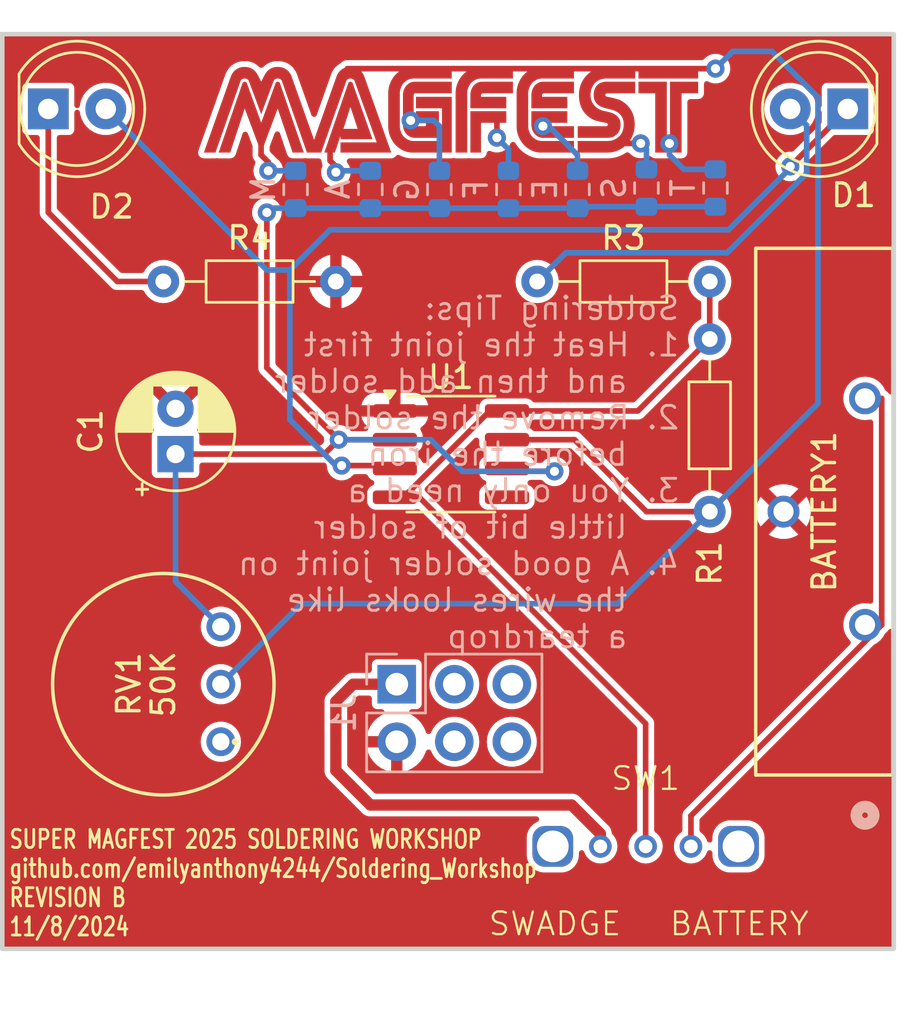
<source format=kicad_pcb>
(kicad_pcb (version 20240108) (generator "pcbnew") (generator_version "8.0")
  (layers (0 "F.Cu" signal) (31 "B.Cu" signal) (34 "B.Paste" user) (35 "F.Paste" user) (36 "B.SilkS" user "B.Silkscreen") (37 "F.SilkS" user "F.Silkscreen") (38 "B.Mask" user) (39 "F.Mask" user) (44 "Edge.Cuts" user))
  (net 0 "")
  (net 1 "GND")
  (net 3 "VCC")
  (net 7 "Net-(U1-DIS)")
  (net 9 "Net-(U1-THR)")
  (net 11 "Net-(D1-A)")
  (net 12 "Net-(D2-K)")
  (net 13 "Net-(D1-K)")
  (net 14 "Net-(SW1-C)")
  (net 15 "+3V3")
  (footprint "Resistor_THT:R_Axial_DIN0204_L3.6mm_D1.6mm_P7.62mm_Horizontal" (layer "F.Cu") (at 69.85 68.58)
    (property "Reference" "R3")
    (property "Value" "220")
  )
  (footprint "sao:MAGFEST" (layer "F.Cu") (at 65.646276 60.96)
    (property "Reference" "REF**" (hide yes))
    (property "Value" "MAGFEST" (hide yes))
  )
  (footprint "Resistor_THT:R_Axial_DIN0204_L3.6mm_D1.6mm_P7.62mm_Horizontal" (layer "F.Cu") (at 53.34 68.58)
    (property "Reference" "R4")
    (property "Value" "220")
  )
  (footprint "LED_THT:LED_D5.0mm" (layer "F.Cu") (at 48.26 60.96)
    (property "Reference" "D2")
    (property "Value" "LED")
  )
  (footprint "Package_SO:SOIC-8_3.9x4.9mm_P1.27mm" (layer "F.Cu") (at 66.04 76.2)
    (property "Reference" "U1")
    (property "Value" "LMC555xM")
  )
  (footprint "sao:CONN3_1775485-1_TEC" (layer "F.Cu") (at 84.328 83.74 90)
    (property "Reference" "BATTERY1")
    (property "Value" "1775485-2")
  )
  (footprint "LED_THT:LED_D5.0mm" (layer "F.Cu") (at 83.566 60.96 180)
    (property "Reference" "D1")
    (property "Value" "LED")
  )
  (footprint "Capacitor_THT:CP_Radial_D5.0mm_P2.00mm" (layer "F.Cu") (at 53.88 76.2 90)
    (property "Reference" "C1")
    (property "Value" "10uF")
  )
  (footprint "sao:91AR50KLF" (layer "F.Cu") (at 55.88 88.9 90)
    (property "Reference" "RV1")
    (property "Value" "50K")
  )
  (footprint "Resistor_THT:R_Axial_DIN0204_L3.6mm_D1.6mm_P7.62mm_Horizontal" (layer "F.Cu") (at 77.47 71.12 -90)
    (property "Reference" "R1")
    (property "Value" "1K")
  )
  (footprint "sao:SLW-864574-5A-RA-N-D" (layer "F.Cu") (at 74.64 96.52)
    (property "Reference" "SW1")
    (property "Value" "SW_SPDT")
  )
  (footprint "Resistor_SMD:R_0603_1608Metric" (layer "B.Cu") (at 65.532 64.516 -90)
    (property "Reference" "G")
    (property "Value" "R_0603_1608Metric")
  )
  (footprint "Resistor_SMD:R_0603_1608Metric" (layer "B.Cu") (at 71.628 64.516 -90)
    (property "Reference" "E")
    (property "Value" "R_0603_1608Metric")
  )
  (footprint "Resistor_SMD:R_0603_1608Metric" (layer "B.Cu") (at 68.58 64.516 -90)
    (property "Reference" "F")
    (property "Value" "R_0603_1608Metric")
  )
  (footprint "Resistor_SMD:R_0603_1608Metric" (layer "B.Cu") (at 62.484 64.516 -90)
    (property "Reference" "A")
    (property "Value" "R_0603_1608Metric")
  )
  (footprint "Resistor_SMD:R_0603_1608Metric" (layer "B.Cu") (at 77.724 64.453 -90)
    (property "Reference" "T")
    (property "Value" "R_0603_1608Metric")
  )
  (footprint "Connector_PinHeader_2.54mm:PinHeader_2x03_P2.54mm_Vertical" (layer "B.Cu") (at 63.65 86.36 -90)
    (property "Reference" "J1")
    (property "Value" "Conn_02x03_Odd_Even")
  )
  (footprint "Resistor_SMD:R_0603_1608Metric" (layer "B.Cu") (at 74.676 64.453 -90)
    (property "Reference" "S")
    (property "Value" "R_0603_1608Metric")
  )
  (footprint "Resistor_SMD:R_0603_1608Metric" (layer "B.Cu") (at 59.182 64.516 -90)
    (property "Reference" "M")
    (property "Value" "R_0603_1608Metric")
  )
  (gr_rect (start 46.228 57.658) (end 85.598 98.044) (stroke (width 0.2)) (fill none) (layer "Edge.Cuts"))
  (gr_text "Soldering Tips:\n1. Heat the joint first\n   and then add solder\n2. Remove the solder\n   before the iron\n3. You only need a\n   little bit of solder\n4. A good solder joint on\n   the wires looks like\n   a teardrop" (at 76.2 84.836 0) (layer "B.SilkS") (effects (font (size 1 1) (thickness 0.125)) (justify left bottom mirror)))
  (gr_text "SUPER MAGFEST 2025 SOLDERING WORKSHOP\ngithub.com/emilyanthony4244/Soldering_Workshop\nREVISION B\n11/8/2024" (at 46.482 97.536 0) (layer "F.SilkS") (effects (font (size 0.8 0.6) (thickness 0.12) (bold yes)) (justify left bottom)))
  (segment (start 57.975 63.309) (end 57.658 62.992) (width 0.25) (layer "F.Cu") (net 0))
  (segment (start 68.072 62.23) (end 68.072 61.468) (width 0.25) (layer "F.Cu") (net 0))
  (segment (start 60.96 63.754) (end 60.96 63.5) (width 0.25) (layer "F.Cu") (net 0))
  (segment (start 60.706 63.246) (end 60.706 62.738) (width 0.25) (layer "F.Cu") (net 0))
  (segment (start 60.96 63.5) (end 60.706 63.246) (width 0.25) (layer "F.Cu") (net 0))
  (segment (start 57.658 62.992) (end 57.658 61.976) (width 0.25) (layer "F.Cu") (net 0))
  (segment (start 74.422 62.484) (end 73.66 62.484) (width 0.25) (layer "F.Cu") (net 0))
  (segment (start 57.975 63.691) (end 57.975 63.309) (width 0.25) (layer "F.Cu") (net 0))
  (via (at 57.975 63.691) (size 0.8) (drill 0.4) (layers "F.Cu" "B.Cu") (net 0))
  (via (at 60.96 63.754) (size 0.8) (drill 0.4) (layers "F.Cu" "B.Cu") (net 0))
  (via (at 70.104 61.722) (size 0.8) (drill 0.4) (layers "F.Cu" "B.Cu") (net 0))
  (via (at 74.422 62.484) (size 0.8) (drill 0.4) (layers "F.Cu" "B.Cu") (net 0))
  (via (at 64.262 61.468) (size 0.8) (drill 0.4) (layers "F.Cu" "B.Cu") (net 0))
  (via (at 68.072 62.23) (size 0.8) (drill 0.4) (layers "F.Cu" "B.Cu") (net 0))
  (via (at 75.692 62.484) (size 0.8) (drill 0.4) (layers "F.Cu" "B.Cu") (net 0))
  (segment (start 68.58 62.738) (end 68.072 62.23) (width 0.25) (layer "B.Cu") (net 0))
  (segment (start 59.182 63.691) (end 57.975 63.691) (width 0.25) (layer "B.Cu") (net 0))
  (segment (start 64.262 61.468) (end 65.278 61.468) (width 0.25) (layer "B.Cu") (net 0))
  (segment (start 74.676 62.738) (end 74.422 62.484) (width 0.25) (layer "B.Cu") (net 0))
  (segment (start 75.692 62.992) (end 75.692 62.484) (width 0.25) (layer "B.Cu") (net 0))
  (segment (start 76.328 63.628) (end 75.692 62.992) (width 0.25) (layer "B.Cu") (net 0))
  (segment (start 71.628 62.992) (end 70.358 61.722) (width 0.25) (layer "B.Cu") (net 0))
  (segment (start 68.58 63.691) (end 68.58 62.738) (width 0.25) (layer "B.Cu") (net 0))
  (segment (start 70.358 61.722) (end 70.104 61.722) (width 0.25) (layer "B.Cu") (net 0))
  (segment (start 62.484 63.691) (end 61.023 63.691) (width 0.25) (layer "B.Cu") (net 0))
  (segment (start 65.532 61.722) (end 65.532 63.691) (width 0.25) (layer "B.Cu") (net 0))
  (segment (start 61.023 63.691) (end 60.96 63.754) (width 0.25) (layer "B.Cu") (net 0))
  (segment (start 65.278 61.468) (end 65.532 61.722) (width 0.25) (layer "B.Cu") (net 0))
  (segment (start 74.676 63.628) (end 74.676 62.738) (width 0.25) (layer "B.Cu") (net 0))
  (segment (start 77.724 63.628) (end 76.328 63.628) (width 0.25) (layer "B.Cu") (net 0))
  (segment (start 71.628 63.691) (end 71.628 62.992) (width 0.25) (layer "B.Cu") (net 0))
  (segment (start 62.484 91.694) (end 60.96 90.17) (width 0.5) (layer "F.Cu") (net 3))
  (segment (start 60.96 87.122) (end 61.722 86.36) (width 0.5) (layer "F.Cu") (net 3))
  (segment (start 72.64 93.52) (end 72.64 92.96) (width 0.5) (layer "F.Cu") (net 3))
  (segment (start 60.96 90.17) (end 60.96 87.122) (width 0.5) (layer "F.Cu") (net 3))
  (segment (start 71.374 91.694) (end 62.484 91.694) (width 0.5) (layer "F.Cu") (net 3))
  (segment (start 61.722 86.36) (end 63.65 86.36) (width 0.5) (layer "F.Cu") (net 3))
  (segment (start 72.64 92.96) (end 71.374 91.694) (width 0.5) (layer "F.Cu") (net 3))
  (segment (start 77.724 59.182) (end 61.468 59.182) (width 0.25) (layer "F.Cu") (net 7))
  (segment (start 74.676 78.74) (end 71.501 75.565) (width 0.25) (layer "F.Cu") (net 7))
  (segment (start 77.47 78.74) (end 74.676 78.74) (width 0.25) (layer "F.Cu") (net 7))
  (segment (start 71.501 75.565) (end 68.515 75.565) (width 0.25) (layer "F.Cu") (net 7))
  (via (at 77.724 59.182) (size 0.8) (drill 0.4) (layers "F.Cu" "B.Cu") (net 7))
  (segment (start 77.724 59.182) (end 78.486 58.42) (width 0.25) (layer "B.Cu") (net 7))
  (segment (start 82.251 73.959) (end 77.47 78.74) (width 0.25) (layer "B.Cu") (net 7))
  (segment (start 82.251 60.452588) (end 82.251 73.959) (width 0.25) (layer "B.Cu") (net 7))
  (segment (start 73.406 82.804) (end 77.47 78.74) (width 0.25) (layer "B.Cu") (net 7))
  (segment (start 55.88 86.36) (end 59.436 82.804) (width 0.25) (layer "B.Cu") (net 7))
  (segment (start 59.436 82.804) (end 73.406 82.804) (width 0.25) (layer "B.Cu") (net 7))
  (segment (start 78.486 58.42) (end 80.218412 58.42) (width 0.25) (layer "B.Cu") (net 7))
  (segment (start 80.218412 58.42) (end 82.251 60.452588) (width 0.25) (layer "B.Cu") (net 7))
  (segment (start 53.88 76.2) (end 60.452 76.2) (width 0.25) (layer "F.Cu") (net 9))
  (segment (start 57.912 72.39) (end 61.087 75.565) (width 0.25) (layer "F.Cu") (net 9))
  (segment (start 57.912 65.532) (end 57.912 72.39) (width 0.25) (layer "F.Cu") (net 9))
  (segment (start 70.612 76.962) (end 68.642 76.962) (width 0.25) (layer "F.Cu") (net 9))
  (segment (start 63.565 75.565) (end 63.945908 75.565) (width 0.25) (layer "F.Cu") (net 9))
  (segment (start 60.452 76.2) (end 61.087 75.565) (width 0.25) (layer "F.Cu") (net 9))
  (segment (start 63.945908 75.565) (end 61.087 75.565) (width 0.25) (layer "F.Cu") (net 9))
  (segment (start 68.642 76.962) (end 68.515 76.835) (width 0.25) (layer "F.Cu") (net 9))
  (via (at 70.612 76.962) (size 0.8) (drill 0.4) (layers "F.Cu" "B.Cu") (net 9))
  (via (at 61.087 75.565) (size 0.8) (drill 0.4) (layers "F.Cu" "B.Cu") (net 9))
  (via (at 57.912 65.532) (size 0.8) (drill 0.4) (layers "F.Cu" "B.Cu") (net 9))
  (segment (start 71.628 65.341) (end 68.58 65.341) (width 0.25) (layer "B.Cu") (net 9))
  (segment (start 59.182 65.341) (end 62.484 65.341) (width 0.25) (layer "B.Cu") (net 9))
  (segment (start 72.073 65.341) (end 72.136 65.278) (width 0.25) (layer "B.Cu") (net 9))
  (segment (start 71.628 65.341) (end 72.073 65.341) (width 0.25) (layer "B.Cu") (net 9))
  (segment (start 53.88 81.82) (end 55.88 83.82) (width 0.25) (layer "B.Cu") (net 9))
  (segment (start 65.151 75.565) (end 66.548 76.962) (width 0.25) (layer "B.Cu") (net 9))
  (segment (start 59.182 65.341) (end 58.103 65.341) (width 0.25) (layer "B.Cu") (net 9))
  (segment (start 65.532 65.341) (end 62.484 65.341) (width 0.25) (layer "B.Cu") (net 9))
  (segment (start 58.103 65.341) (end 57.912 65.532) (width 0.25) (layer "B.Cu") (net 9))
  (segment (start 72.136 65.278) (end 74.676 65.278) (width 0.25) (layer "B.Cu") (net 9))
  (segment (start 53.88 76.2) (end 53.88 81.82) (width 0.25) (layer "B.Cu") (net 9))
  (segment (start 66.548 76.962) (end 70.612 76.962) (width 0.25) (layer "B.Cu") (net 9))
  (segment (start 61.087 75.565) (end 65.151 75.565) (width 0.25) (layer "B.Cu") (net 9))
  (segment (start 65.532 65.341) (end 68.58 65.341) (width 0.25) (layer "B.Cu") (net 9))
  (segment (start 77.724 65.278) (end 74.676 65.278) (width 0.25) (layer "B.Cu") (net 9))
  (segment (start 81.751 61.685) (end 81.751 63.800305) (width 0.25) (layer "B.Cu") (net 11))
  (segment (start 78.241305 67.31) (end 71.12 67.31) (width 0.25) (layer "B.Cu") (net 11))
  (segment (start 81.026 60.96) (end 81.751 61.685) (width 0.25) (layer "B.Cu") (net 11))
  (segment (start 81.751 63.800305) (end 78.241305 67.31) (width 0.25) (layer "B.Cu") (net 11))
  (segment (start 71.12 67.31) (end 69.85 68.58) (width 0.25) (layer "B.Cu") (net 11))
  (segment (start 53.34 68.58) (end 51.308 68.58) (width 0.25) (layer "F.Cu") (net 12))
  (segment (start 48.26 65.532) (end 48.26 60.96) (width 0.25) (layer "F.Cu") (net 12))
  (segment (start 51.308 68.58) (end 48.26 65.532) (width 0.25) (layer "F.Cu") (net 12))
  (segment (start 61.214 76.708) (end 63.438 76.708) (width 0.25) (layer "F.Cu") (net 13))
  (segment (start 81.026 63.5) (end 83.566 60.96) (width 0.25) (layer "F.Cu") (net 13))
  (segment (start 63.438 76.708) (end 63.565 76.835) (width 0.25) (layer "F.Cu") (net 13))
  (via (at 61.214 76.708) (size 0.8) (drill 0.4) (layers "F.Cu" "B.Cu") (net 13))
  (via (at 81.026 63.5) (size 0.8) (drill 0.4) (layers "F.Cu" "B.Cu") (net 13))
  (segment (start 78.306431 66.294) (end 60.706 66.294) (width 0.25) (layer "B.Cu") (net 13))
  (segment (start 58.928 74.676) (end 60.96 76.708) (width 0.25) (layer "B.Cu") (net 13))
  (segment (start 81.026 63.574431) (end 81.026 63.5) (width 0.25) (layer "B.Cu") (net 13))
  (segment (start 78.306431 66.294) (end 81.026 63.574431) (width 0.25) (layer "B.Cu") (net 13))
  (segment (start 57.912 68.072) (end 58.928 68.072) (width 0.25) (layer "B.Cu") (net 13))
  (segment (start 50.8 60.96) (end 57.912 68.072) (width 0.25) (layer "B.Cu") (net 13))
  (segment (start 60.96 76.708) (end 61.214 76.708) (width 0.25) (layer "B.Cu") (net 13))
  (segment (start 58.928 69.088) (end 58.928 74.676) (width 0.25) (layer "B.Cu") (net 13))
  (segment (start 83.82 60.96) (end 83.640431 60.96) (width 0.25) (layer "B.Cu") (net 13))
  (segment (start 58.928 68.072) (end 58.928 69.088) (width 0.25) (layer "B.Cu") (net 13))
  (segment (start 60.706 66.294) (end 58.928 68.072) (width 0.25) (layer "B.Cu") (net 13))
  (segment (start 85.0651 83.74) (end 76.64 92.1651) (width 0.25) (layer "F.Cu") (net 14))
  (segment (start 76.64 92.1651) (end 76.64 93.52) (width 0.25) (layer "F.Cu") (net 14))
  (segment (start 85.0651 73.74) (end 85.0651 83.74) (width 0.25) (layer "F.Cu") (net 14))
  (segment (start 67.755908 74.295) (end 68.515 74.295) (width 0.25) (layer "F.Cu") (net 15))
  (segment (start 74.295 74.295) (end 77.47 71.12) (width 0.25) (layer "F.Cu") (net 15))
  (segment (start 68.515 74.295) (end 74.295 74.295) (width 0.25) (layer "F.Cu") (net 15))
  (segment (start 74.64 93.52) (end 74.64 88.102) (width 0.25) (layer "F.Cu") (net 15))
  (segment (start 63.565 78.105) (end 63.945908 78.105) (width 0.25) (layer "F.Cu") (net 15))
  (segment (start 64.643 78.105) (end 63.565 78.105) (width 0.25) (layer "F.Cu") (net 15))
  (segment (start 77.47 71.12) (end 77.47 68.58) (width 0.25) (layer "F.Cu") (net 15))
  (segment (start 74.64 88.102) (end 64.643 78.105) (width 0.25) (layer "F.Cu") (net 15))
  (segment (start 63.945908 78.105) (end 67.755908 74.295) (width 0.25) (layer "F.Cu") (net 15))
  (zone (net 1) (net_name "GND") (layer "F.Cu") (connect_pads (clearance 0.25)) (min_thickness 0.25) (fill yes (thermal_gap 0.5) (thermal_bridge_width 0.5))
    (polygon (pts (xy 46.228 98.044) (xy 46.228 57.658) (xy 85.598 57.658) (xy 85.598 98.044)))
  )
)
</source>
